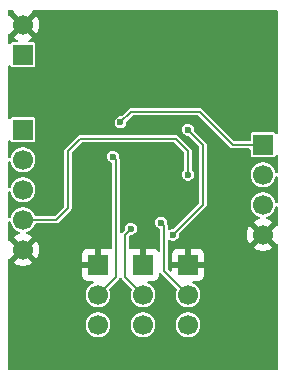
<source format=gbl>
%TF.GenerationSoftware,KiCad,Pcbnew,9.0.7*%
%TF.CreationDate,2026-02-18T22:45:11+00:00*%
%TF.ProjectId,OSDSwitch,4f534453-7769-4746-9368-2e6b69636164,rev?*%
%TF.SameCoordinates,Original*%
%TF.FileFunction,Copper,L2,Bot*%
%TF.FilePolarity,Positive*%
%FSLAX46Y46*%
G04 Gerber Fmt 4.6, Leading zero omitted, Abs format (unit mm)*
G04 Created by KiCad (PCBNEW 9.0.7) date 2026-02-18 22:45:11*
%MOMM*%
%LPD*%
G01*
G04 APERTURE LIST*
%TA.AperFunction,ComponentPad*%
%ADD10R,1.700000X1.700000*%
%TD*%
%TA.AperFunction,ComponentPad*%
%ADD11C,1.700000*%
%TD*%
%TA.AperFunction,ViaPad*%
%ADD12C,0.600000*%
%TD*%
%TA.AperFunction,Conductor*%
%ADD13C,0.200000*%
%TD*%
G04 APERTURE END LIST*
D10*
%TO.P,J6,1,Pin_1*%
%TO.N,/OSD_VID*%
X154940000Y-83820000D03*
D11*
%TO.P,J6,2,Pin_2*%
%TO.N,GND*%
X154940000Y-81280000D03*
%TD*%
D10*
%TO.P,J5,1,Pin_1*%
%TO.N,/RED_OUT*%
X175260000Y-91440000D03*
D11*
%TO.P,J5,2,Pin_2*%
%TO.N,/GREEN_OUT*%
X175260000Y-93980000D03*
%TO.P,J5,3,Pin_3*%
%TO.N,/BLUE_OUT*%
X175260000Y-96520000D03*
%TO.P,J5,4,Pin_4*%
%TO.N,GND*%
X175260000Y-99060000D03*
%TD*%
D10*
%TO.P,J4,1,Pin_1*%
%TO.N,Net-(J4-Pin_1)*%
X154940000Y-90170000D03*
D11*
%TO.P,J4,2,Pin_2*%
%TO.N,/RED_IN*%
X154940000Y-92710000D03*
%TO.P,J4,3,Pin_3*%
%TO.N,/GREEN_IN*%
X154940000Y-95250000D03*
%TO.P,J4,4,Pin_4*%
%TO.N,/BLUE_IN*%
X154940000Y-97790000D03*
%TO.P,J4,5,Pin_5*%
%TO.N,GND*%
X154940000Y-100330000D03*
%TD*%
D10*
%TO.P,J3,1,Pin_1*%
%TO.N,GND*%
X168910000Y-101600000D03*
D11*
%TO.P,J3,2,Pin_2*%
%TO.N,Net-(IC1-S3A)*%
X168910000Y-104140000D03*
%TO.P,J3,3,Pin_3*%
%TO.N,Net-(J3-Pin_3)*%
X168910000Y-106680000D03*
%TD*%
D10*
%TO.P,J2,1,Pin_1*%
%TO.N,GND*%
X165100000Y-101600000D03*
D11*
%TO.P,J2,2,Pin_2*%
%TO.N,Net-(IC1-S2A)*%
X165100000Y-104140000D03*
%TO.P,J2,3,Pin_3*%
%TO.N,Net-(J2-Pin_3)*%
X165100000Y-106680000D03*
%TD*%
D10*
%TO.P,J1,1,Pin_1*%
%TO.N,GND*%
X161290000Y-101600000D03*
D11*
%TO.P,J1,2,Pin_2*%
%TO.N,Net-(IC1-S1A)*%
X161290000Y-104140000D03*
%TO.P,J1,3,Pin_3*%
%TO.N,Net-(J1-Pin_3)*%
X161290000Y-106680000D03*
%TD*%
D12*
%TO.N,GND*%
X171323000Y-92964000D03*
X163449000Y-88138000D03*
X167640000Y-87757000D03*
X173228000Y-90551000D03*
X171704000Y-89154000D03*
X171323000Y-99314000D03*
X171196000Y-96266000D03*
X161290000Y-90043000D03*
X162433000Y-91567000D03*
X163576000Y-90297000D03*
X170180000Y-90170000D03*
X167640000Y-90043000D03*
X169545000Y-92456000D03*
X168148000Y-92583000D03*
X169164000Y-96266000D03*
X167767000Y-97663000D03*
X164846000Y-99187000D03*
X162179000Y-96520000D03*
X162179000Y-98679000D03*
X160274000Y-98806000D03*
X160020000Y-96520000D03*
X157480000Y-96520000D03*
X160020000Y-94488000D03*
X157480000Y-93980000D03*
X160782000Y-92456000D03*
X157480000Y-91694000D03*
X159258000Y-86614000D03*
X157226000Y-89154000D03*
X166116000Y-93726000D03*
X166116000Y-95504000D03*
X164592000Y-95504000D03*
X164592000Y-93726000D03*
X165423000Y-94557000D03*
%TO.N,Net-(IC1-S3A)*%
X166624000Y-98044000D03*
%TO.N,Net-(IC1-S2A)*%
X164084000Y-98552000D03*
%TO.N,Net-(IC1-S1A)*%
X162560000Y-92456000D03*
%TO.N,/BLUE_IN*%
X168910000Y-93980000D03*
%TO.N,/RED_OUT*%
X163195000Y-89535000D03*
%TO.N,/OSD_VID*%
X167640000Y-99060000D03*
X168910000Y-90170000D03*
%TD*%
D13*
%TO.N,/RED_OUT*%
X163195000Y-89535000D02*
X164084000Y-88646000D01*
X164084000Y-88646000D02*
X169926000Y-88646000D01*
X169926000Y-88646000D02*
X172720000Y-91440000D01*
X172720000Y-91440000D02*
X175260000Y-91440000D01*
%TO.N,Net-(IC1-S1A)*%
X162560000Y-92456000D02*
X162814000Y-92710000D01*
X162814000Y-92710000D02*
X162814000Y-102616000D01*
X162814000Y-102616000D02*
X161290000Y-104140000D01*
%TO.N,Net-(IC1-S3A)*%
X166624000Y-98044000D02*
X166878000Y-98298000D01*
X166878000Y-98298000D02*
X166878000Y-102108000D01*
X166878000Y-102108000D02*
X168910000Y-104140000D01*
%TO.N,/BLUE_IN*%
X154940000Y-97790000D02*
X157734000Y-97790000D01*
X158750000Y-91948000D02*
X159766000Y-90932000D01*
X167894000Y-90932000D02*
X168910000Y-91948000D01*
X157734000Y-97790000D02*
X158750000Y-96774000D01*
X158750000Y-96774000D02*
X158750000Y-91948000D01*
X159766000Y-90932000D02*
X167894000Y-90932000D01*
X168910000Y-91948000D02*
X168910000Y-93980000D01*
X154940000Y-97536000D02*
X154940000Y-97790000D01*
%TO.N,Net-(IC1-S2A)*%
X164084000Y-98552000D02*
X163576000Y-99060000D01*
X163576000Y-99060000D02*
X163576000Y-102616000D01*
X163576000Y-102616000D02*
X165100000Y-104140000D01*
%TO.N,/OSD_VID*%
X168910000Y-90170000D02*
X170180000Y-91440000D01*
X170180000Y-91440000D02*
X170180000Y-96520000D01*
X170180000Y-96520000D02*
X167640000Y-99060000D01*
%TD*%
%TA.AperFunction,Conductor*%
%TO.N,GND*%
G36*
X176473039Y-80029685D02*
G01*
X176518794Y-80082489D01*
X176530000Y-80134000D01*
X176530000Y-90448910D01*
X176510315Y-90515949D01*
X176457511Y-90561704D01*
X176388353Y-90571648D01*
X176324797Y-90542623D01*
X176302898Y-90517802D01*
X176254551Y-90445446D01*
X176188230Y-90401132D01*
X176188229Y-90401131D01*
X176129752Y-90389500D01*
X176129748Y-90389500D01*
X174390252Y-90389500D01*
X174390247Y-90389500D01*
X174331770Y-90401131D01*
X174331769Y-90401132D01*
X174265447Y-90445447D01*
X174221132Y-90511769D01*
X174221131Y-90511770D01*
X174209500Y-90570247D01*
X174209500Y-91015500D01*
X174189815Y-91082539D01*
X174137011Y-91128294D01*
X174085500Y-91139500D01*
X172895833Y-91139500D01*
X172828794Y-91119815D01*
X172808152Y-91103181D01*
X170110512Y-88405541D01*
X170110504Y-88405535D01*
X170041995Y-88365982D01*
X170041990Y-88365979D01*
X170016513Y-88359152D01*
X169965562Y-88345500D01*
X164044438Y-88345500D01*
X164006224Y-88355739D01*
X163968009Y-88365979D01*
X163968004Y-88365982D01*
X163899495Y-88405535D01*
X163899487Y-88405541D01*
X163306847Y-88998181D01*
X163245524Y-89031666D01*
X163219166Y-89034500D01*
X163129108Y-89034500D01*
X163001812Y-89068608D01*
X162887686Y-89134500D01*
X162887683Y-89134502D01*
X162794502Y-89227683D01*
X162794500Y-89227686D01*
X162728608Y-89341812D01*
X162694500Y-89469108D01*
X162694500Y-89600891D01*
X162728608Y-89728187D01*
X162752461Y-89769500D01*
X162794500Y-89842314D01*
X162887686Y-89935500D01*
X163001814Y-90001392D01*
X163129108Y-90035500D01*
X163129110Y-90035500D01*
X163260890Y-90035500D01*
X163260892Y-90035500D01*
X163388186Y-90001392D01*
X163502314Y-89935500D01*
X163595500Y-89842314D01*
X163661392Y-89728186D01*
X163695500Y-89600892D01*
X163695500Y-89510832D01*
X163715185Y-89443793D01*
X163731819Y-89423151D01*
X164172152Y-88982819D01*
X164233475Y-88949334D01*
X164259833Y-88946500D01*
X169750167Y-88946500D01*
X169817206Y-88966185D01*
X169837848Y-88982819D01*
X172535489Y-91680460D01*
X172604012Y-91720022D01*
X172680438Y-91740500D01*
X174085500Y-91740500D01*
X174152539Y-91760185D01*
X174198294Y-91812989D01*
X174209500Y-91864500D01*
X174209500Y-92309752D01*
X174221131Y-92368229D01*
X174221132Y-92368230D01*
X174265447Y-92434552D01*
X174331769Y-92478867D01*
X174331770Y-92478868D01*
X174390247Y-92490499D01*
X174390250Y-92490500D01*
X174390252Y-92490500D01*
X176129750Y-92490500D01*
X176129751Y-92490499D01*
X176144568Y-92487552D01*
X176188229Y-92478868D01*
X176188229Y-92478867D01*
X176188231Y-92478867D01*
X176254552Y-92434552D01*
X176298867Y-92368231D01*
X176298867Y-92368230D01*
X176302898Y-92362198D01*
X176356510Y-92317393D01*
X176425835Y-92308686D01*
X176488863Y-92338841D01*
X176525582Y-92398284D01*
X176530000Y-92431089D01*
X176530000Y-93721041D01*
X176510315Y-93788080D01*
X176457511Y-93833835D01*
X176388353Y-93843779D01*
X176324797Y-93814754D01*
X176287023Y-93755976D01*
X176284383Y-93745232D01*
X176270131Y-93673587D01*
X176270130Y-93673580D01*
X176190941Y-93482402D01*
X176075977Y-93310345D01*
X176075975Y-93310342D01*
X175929657Y-93164024D01*
X175769249Y-93056844D01*
X175757598Y-93049059D01*
X175566420Y-92969870D01*
X175566412Y-92969868D01*
X175363469Y-92929500D01*
X175363465Y-92929500D01*
X175156535Y-92929500D01*
X175156530Y-92929500D01*
X174953587Y-92969868D01*
X174953579Y-92969870D01*
X174762403Y-93049058D01*
X174590342Y-93164024D01*
X174444024Y-93310342D01*
X174329058Y-93482403D01*
X174249870Y-93673579D01*
X174249868Y-93673587D01*
X174209500Y-93876530D01*
X174209500Y-94083469D01*
X174249868Y-94286412D01*
X174249870Y-94286420D01*
X174316132Y-94446391D01*
X174329059Y-94477598D01*
X174330998Y-94480500D01*
X174444024Y-94649657D01*
X174590342Y-94795975D01*
X174590345Y-94795977D01*
X174762402Y-94910941D01*
X174953580Y-94990130D01*
X175156530Y-95030499D01*
X175156534Y-95030500D01*
X175156535Y-95030500D01*
X175363466Y-95030500D01*
X175363467Y-95030499D01*
X175566420Y-94990130D01*
X175757598Y-94910941D01*
X175929655Y-94795977D01*
X176075977Y-94649655D01*
X176190941Y-94477598D01*
X176270130Y-94286420D01*
X176279571Y-94238958D01*
X176284383Y-94214767D01*
X176316768Y-94152856D01*
X176377483Y-94118282D01*
X176447253Y-94122021D01*
X176503925Y-94162887D01*
X176529506Y-94227905D01*
X176530000Y-94238958D01*
X176530000Y-96261041D01*
X176510315Y-96328080D01*
X176457511Y-96373835D01*
X176388353Y-96383779D01*
X176324797Y-96354754D01*
X176287023Y-96295976D01*
X176284383Y-96285232D01*
X176270131Y-96213587D01*
X176270130Y-96213580D01*
X176190941Y-96022402D01*
X176075977Y-95850345D01*
X176075975Y-95850342D01*
X175929657Y-95704024D01*
X175843626Y-95646541D01*
X175757598Y-95589059D01*
X175566420Y-95509870D01*
X175566412Y-95509868D01*
X175363469Y-95469500D01*
X175363465Y-95469500D01*
X175156535Y-95469500D01*
X175156530Y-95469500D01*
X174953587Y-95509868D01*
X174953579Y-95509870D01*
X174762403Y-95589058D01*
X174590342Y-95704024D01*
X174444024Y-95850342D01*
X174329058Y-96022403D01*
X174249870Y-96213579D01*
X174249868Y-96213587D01*
X174209500Y-96416530D01*
X174209500Y-96623469D01*
X174249868Y-96826412D01*
X174249870Y-96826420D01*
X174329058Y-97017596D01*
X174444024Y-97189657D01*
X174590342Y-97335975D01*
X174762405Y-97450943D01*
X174841199Y-97483580D01*
X174927108Y-97519164D01*
X174981511Y-97563005D01*
X175003576Y-97629299D01*
X174986297Y-97696998D01*
X174935160Y-97744609D01*
X174917974Y-97751656D01*
X174741781Y-97808905D01*
X174552439Y-97905380D01*
X174498282Y-97944727D01*
X174498282Y-97944728D01*
X175130591Y-98577037D01*
X175067007Y-98594075D01*
X174952993Y-98659901D01*
X174859901Y-98752993D01*
X174794075Y-98867007D01*
X174777037Y-98930591D01*
X174144728Y-98298282D01*
X174144727Y-98298282D01*
X174105380Y-98352439D01*
X174008904Y-98541782D01*
X173943242Y-98743869D01*
X173943242Y-98743872D01*
X173910000Y-98953753D01*
X173910000Y-99166246D01*
X173943242Y-99376127D01*
X173943242Y-99376130D01*
X174008904Y-99578217D01*
X174105375Y-99767550D01*
X174144728Y-99821716D01*
X174777037Y-99189408D01*
X174794075Y-99252993D01*
X174859901Y-99367007D01*
X174952993Y-99460099D01*
X175067007Y-99525925D01*
X175130590Y-99542962D01*
X174498282Y-100175269D01*
X174498282Y-100175270D01*
X174552449Y-100214624D01*
X174741782Y-100311095D01*
X174943870Y-100376757D01*
X175153754Y-100410000D01*
X175366246Y-100410000D01*
X175576127Y-100376757D01*
X175576130Y-100376757D01*
X175778217Y-100311095D01*
X175967554Y-100214622D01*
X176021716Y-100175270D01*
X176021717Y-100175270D01*
X175389408Y-99542962D01*
X175452993Y-99525925D01*
X175567007Y-99460099D01*
X175660099Y-99367007D01*
X175725925Y-99252993D01*
X175742962Y-99189408D01*
X176375269Y-99821716D01*
X176396271Y-99820064D01*
X176464648Y-99834428D01*
X176514405Y-99883479D01*
X176530000Y-99943682D01*
X176530000Y-110366000D01*
X176510315Y-110433039D01*
X176457511Y-110478794D01*
X176406000Y-110490000D01*
X153794000Y-110490000D01*
X153726961Y-110470315D01*
X153681206Y-110417511D01*
X153670000Y-110366000D01*
X153670000Y-106576530D01*
X160239500Y-106576530D01*
X160239500Y-106783469D01*
X160279868Y-106986412D01*
X160279870Y-106986420D01*
X160359058Y-107177596D01*
X160474024Y-107349657D01*
X160620342Y-107495975D01*
X160620345Y-107495977D01*
X160792402Y-107610941D01*
X160983580Y-107690130D01*
X161186530Y-107730499D01*
X161186534Y-107730500D01*
X161186535Y-107730500D01*
X161393466Y-107730500D01*
X161393467Y-107730499D01*
X161596420Y-107690130D01*
X161787598Y-107610941D01*
X161959655Y-107495977D01*
X162105977Y-107349655D01*
X162220941Y-107177598D01*
X162300130Y-106986420D01*
X162340500Y-106783465D01*
X162340500Y-106576535D01*
X162340499Y-106576530D01*
X164049500Y-106576530D01*
X164049500Y-106783469D01*
X164089868Y-106986412D01*
X164089870Y-106986420D01*
X164169058Y-107177596D01*
X164284024Y-107349657D01*
X164430342Y-107495975D01*
X164430345Y-107495977D01*
X164602402Y-107610941D01*
X164793580Y-107690130D01*
X164996530Y-107730499D01*
X164996534Y-107730500D01*
X164996535Y-107730500D01*
X165203466Y-107730500D01*
X165203467Y-107730499D01*
X165406420Y-107690130D01*
X165597598Y-107610941D01*
X165769655Y-107495977D01*
X165915977Y-107349655D01*
X166030941Y-107177598D01*
X166110130Y-106986420D01*
X166150500Y-106783465D01*
X166150500Y-106576535D01*
X166150499Y-106576530D01*
X167859500Y-106576530D01*
X167859500Y-106783469D01*
X167899868Y-106986412D01*
X167899870Y-106986420D01*
X167979058Y-107177596D01*
X168094024Y-107349657D01*
X168240342Y-107495975D01*
X168240345Y-107495977D01*
X168412402Y-107610941D01*
X168603580Y-107690130D01*
X168806530Y-107730499D01*
X168806534Y-107730500D01*
X168806535Y-107730500D01*
X169013466Y-107730500D01*
X169013467Y-107730499D01*
X169216420Y-107690130D01*
X169407598Y-107610941D01*
X169579655Y-107495977D01*
X169725977Y-107349655D01*
X169840941Y-107177598D01*
X169920130Y-106986420D01*
X169960500Y-106783465D01*
X169960500Y-106576535D01*
X169920130Y-106373580D01*
X169840941Y-106182402D01*
X169725977Y-106010345D01*
X169725975Y-106010342D01*
X169579657Y-105864024D01*
X169493626Y-105806541D01*
X169407598Y-105749059D01*
X169216420Y-105669870D01*
X169216412Y-105669868D01*
X169013469Y-105629500D01*
X169013465Y-105629500D01*
X168806535Y-105629500D01*
X168806530Y-105629500D01*
X168603587Y-105669868D01*
X168603579Y-105669870D01*
X168412403Y-105749058D01*
X168240342Y-105864024D01*
X168094024Y-106010342D01*
X167979058Y-106182403D01*
X167899870Y-106373579D01*
X167899868Y-106373587D01*
X167859500Y-106576530D01*
X166150499Y-106576530D01*
X166110130Y-106373580D01*
X166030941Y-106182402D01*
X165915977Y-106010345D01*
X165915975Y-106010342D01*
X165769657Y-105864024D01*
X165683626Y-105806541D01*
X165597598Y-105749059D01*
X165406420Y-105669870D01*
X165406412Y-105669868D01*
X165203469Y-105629500D01*
X165203465Y-105629500D01*
X164996535Y-105629500D01*
X164996530Y-105629500D01*
X164793587Y-105669868D01*
X164793579Y-105669870D01*
X164602403Y-105749058D01*
X164430342Y-105864024D01*
X164284024Y-106010342D01*
X164169058Y-106182403D01*
X164089870Y-106373579D01*
X164089868Y-106373587D01*
X164049500Y-106576530D01*
X162340499Y-106576530D01*
X162300130Y-106373580D01*
X162220941Y-106182402D01*
X162105977Y-106010345D01*
X162105975Y-106010342D01*
X161959657Y-105864024D01*
X161873626Y-105806541D01*
X161787598Y-105749059D01*
X161596420Y-105669870D01*
X161596412Y-105669868D01*
X161393469Y-105629500D01*
X161393465Y-105629500D01*
X161186535Y-105629500D01*
X161186530Y-105629500D01*
X160983587Y-105669868D01*
X160983579Y-105669870D01*
X160792403Y-105749058D01*
X160620342Y-105864024D01*
X160474024Y-106010342D01*
X160359058Y-106182403D01*
X160279870Y-106373579D01*
X160279868Y-106373587D01*
X160239500Y-106576530D01*
X153670000Y-106576530D01*
X153670000Y-101213681D01*
X153689685Y-101146642D01*
X153742489Y-101100887D01*
X153803731Y-101090063D01*
X153824729Y-101091715D01*
X154457037Y-100459408D01*
X154474075Y-100522993D01*
X154539901Y-100637007D01*
X154632993Y-100730099D01*
X154747007Y-100795925D01*
X154810590Y-100812962D01*
X154178282Y-101445269D01*
X154178282Y-101445270D01*
X154232449Y-101484624D01*
X154421782Y-101581095D01*
X154623870Y-101646757D01*
X154833754Y-101680000D01*
X155046246Y-101680000D01*
X155070459Y-101676165D01*
X155256127Y-101646757D01*
X155256130Y-101646757D01*
X155458217Y-101581095D01*
X155647554Y-101484622D01*
X155701716Y-101445270D01*
X155701717Y-101445270D01*
X155069408Y-100812962D01*
X155132993Y-100795925D01*
X155247007Y-100730099D01*
X155340099Y-100637007D01*
X155405925Y-100522993D01*
X155422962Y-100459409D01*
X156055270Y-101091717D01*
X156055270Y-101091716D01*
X156094622Y-101037554D01*
X156191095Y-100848217D01*
X156238554Y-100702155D01*
X159940000Y-100702155D01*
X159940000Y-101350000D01*
X160856988Y-101350000D01*
X160824075Y-101407007D01*
X160790000Y-101534174D01*
X160790000Y-101665826D01*
X160824075Y-101792993D01*
X160856988Y-101850000D01*
X159940000Y-101850000D01*
X159940000Y-102497844D01*
X159946401Y-102557372D01*
X159946403Y-102557379D01*
X159996645Y-102692086D01*
X159996649Y-102692093D01*
X160082809Y-102807187D01*
X160082812Y-102807190D01*
X160197906Y-102893350D01*
X160197913Y-102893354D01*
X160332620Y-102943596D01*
X160332627Y-102943598D01*
X160392155Y-102949999D01*
X160392172Y-102950000D01*
X160794435Y-102950000D01*
X160861474Y-102969685D01*
X160907229Y-103022489D01*
X160917173Y-103091647D01*
X160888148Y-103155203D01*
X160841888Y-103188561D01*
X160792403Y-103209058D01*
X160620342Y-103324024D01*
X160474024Y-103470342D01*
X160359058Y-103642403D01*
X160279870Y-103833579D01*
X160279868Y-103833587D01*
X160239500Y-104036530D01*
X160239500Y-104243469D01*
X160279868Y-104446412D01*
X160279870Y-104446420D01*
X160359058Y-104637596D01*
X160474024Y-104809657D01*
X160620342Y-104955975D01*
X160620345Y-104955977D01*
X160792402Y-105070941D01*
X160983580Y-105150130D01*
X161186530Y-105190499D01*
X161186534Y-105190500D01*
X161186535Y-105190500D01*
X161393466Y-105190500D01*
X161393467Y-105190499D01*
X161596420Y-105150130D01*
X161787598Y-105070941D01*
X161959655Y-104955977D01*
X162105977Y-104809655D01*
X162220941Y-104637598D01*
X162300130Y-104446420D01*
X162340500Y-104243465D01*
X162340500Y-104036535D01*
X162300130Y-103833580D01*
X162250194Y-103713026D01*
X162242726Y-103643559D01*
X162274001Y-103581080D01*
X162277045Y-103577924D01*
X163054460Y-102800511D01*
X163087612Y-102743088D01*
X163138179Y-102694873D01*
X163206786Y-102681649D01*
X163271651Y-102707617D01*
X163302388Y-102743089D01*
X163335539Y-102800509D01*
X163335541Y-102800512D01*
X164112924Y-103577895D01*
X164146409Y-103639218D01*
X164141425Y-103708910D01*
X164139804Y-103713029D01*
X164089870Y-103833579D01*
X164089868Y-103833587D01*
X164049500Y-104036530D01*
X164049500Y-104243469D01*
X164089868Y-104446412D01*
X164089870Y-104446420D01*
X164169058Y-104637596D01*
X164284024Y-104809657D01*
X164430342Y-104955975D01*
X164430345Y-104955977D01*
X164602402Y-105070941D01*
X164793580Y-105150130D01*
X164996530Y-105190499D01*
X164996534Y-105190500D01*
X164996535Y-105190500D01*
X165203466Y-105190500D01*
X165203467Y-105190499D01*
X165406420Y-105150130D01*
X165597598Y-105070941D01*
X165769655Y-104955977D01*
X165915977Y-104809655D01*
X166030941Y-104637598D01*
X166110130Y-104446420D01*
X166150500Y-104243465D01*
X166150500Y-104036535D01*
X166110130Y-103833580D01*
X166030941Y-103642402D01*
X165915977Y-103470345D01*
X165915975Y-103470342D01*
X165769657Y-103324024D01*
X165602616Y-103212412D01*
X165597598Y-103209059D01*
X165548112Y-103188561D01*
X165493709Y-103144720D01*
X165471644Y-103078426D01*
X165488923Y-103010726D01*
X165540061Y-102963116D01*
X165595565Y-102950000D01*
X165997828Y-102950000D01*
X165997844Y-102949999D01*
X166057372Y-102943598D01*
X166057379Y-102943596D01*
X166192086Y-102893354D01*
X166192093Y-102893350D01*
X166307187Y-102807190D01*
X166307190Y-102807187D01*
X166393350Y-102692093D01*
X166393354Y-102692086D01*
X166443596Y-102557379D01*
X166443598Y-102557372D01*
X166449999Y-102497844D01*
X166450000Y-102497827D01*
X166450000Y-102404333D01*
X166469685Y-102337294D01*
X166522489Y-102291539D01*
X166591647Y-102281595D01*
X166655203Y-102310620D01*
X166661681Y-102316652D01*
X167922924Y-103577895D01*
X167956409Y-103639218D01*
X167951425Y-103708910D01*
X167949804Y-103713029D01*
X167899870Y-103833579D01*
X167899868Y-103833587D01*
X167859500Y-104036530D01*
X167859500Y-104243469D01*
X167899868Y-104446412D01*
X167899870Y-104446420D01*
X167979058Y-104637596D01*
X168094024Y-104809657D01*
X168240342Y-104955975D01*
X168240345Y-104955977D01*
X168412402Y-105070941D01*
X168603580Y-105150130D01*
X168806530Y-105190499D01*
X168806534Y-105190500D01*
X168806535Y-105190500D01*
X169013466Y-105190500D01*
X169013467Y-105190499D01*
X169216420Y-105150130D01*
X169407598Y-105070941D01*
X169579655Y-104955977D01*
X169725977Y-104809655D01*
X169840941Y-104637598D01*
X169920130Y-104446420D01*
X169960500Y-104243465D01*
X169960500Y-104036535D01*
X169920130Y-103833580D01*
X169840941Y-103642402D01*
X169725977Y-103470345D01*
X169725975Y-103470342D01*
X169579657Y-103324024D01*
X169412616Y-103212412D01*
X169407598Y-103209059D01*
X169358112Y-103188561D01*
X169303709Y-103144720D01*
X169281644Y-103078426D01*
X169298923Y-103010726D01*
X169350061Y-102963116D01*
X169405565Y-102950000D01*
X169807828Y-102950000D01*
X169807844Y-102949999D01*
X169867372Y-102943598D01*
X169867379Y-102943596D01*
X170002086Y-102893354D01*
X170002093Y-102893350D01*
X170117187Y-102807190D01*
X170117190Y-102807187D01*
X170203350Y-102692093D01*
X170203354Y-102692086D01*
X170253596Y-102557379D01*
X170253598Y-102557372D01*
X170259999Y-102497844D01*
X170260000Y-102497827D01*
X170260000Y-101850000D01*
X169343012Y-101850000D01*
X169375925Y-101792993D01*
X169410000Y-101665826D01*
X169410000Y-101534174D01*
X169375925Y-101407007D01*
X169343012Y-101350000D01*
X170260000Y-101350000D01*
X170260000Y-100702172D01*
X170259999Y-100702155D01*
X170253598Y-100642627D01*
X170253596Y-100642620D01*
X170203354Y-100507913D01*
X170203350Y-100507906D01*
X170117190Y-100392812D01*
X170117187Y-100392809D01*
X170002093Y-100306649D01*
X170002086Y-100306645D01*
X169867379Y-100256403D01*
X169867372Y-100256401D01*
X169819926Y-100251300D01*
X169819925Y-100251300D01*
X169807841Y-100250000D01*
X169160000Y-100250000D01*
X169160000Y-101166988D01*
X169102993Y-101134075D01*
X168975826Y-101100000D01*
X168844174Y-101100000D01*
X168717007Y-101134075D01*
X168660000Y-101166988D01*
X168660000Y-100250000D01*
X168012155Y-100250000D01*
X167952627Y-100256401D01*
X167952620Y-100256403D01*
X167817913Y-100306645D01*
X167817906Y-100306649D01*
X167702812Y-100392809D01*
X167702809Y-100392812D01*
X167616649Y-100507906D01*
X167616645Y-100507913D01*
X167566403Y-100642620D01*
X167566401Y-100642627D01*
X167560000Y-100702155D01*
X167560000Y-101350000D01*
X168476988Y-101350000D01*
X168444075Y-101407007D01*
X168410000Y-101534174D01*
X168410000Y-101665826D01*
X168444075Y-101792993D01*
X168476988Y-101850000D01*
X167560000Y-101850000D01*
X167560000Y-102065667D01*
X167553761Y-102086912D01*
X167552182Y-102109001D01*
X167544109Y-102119784D01*
X167540315Y-102132706D01*
X167523581Y-102147205D01*
X167510310Y-102164934D01*
X167497689Y-102169641D01*
X167487511Y-102178461D01*
X167465593Y-102181612D01*
X167444846Y-102189351D01*
X167431685Y-102186488D01*
X167418353Y-102188405D01*
X167398209Y-102179205D01*
X167376573Y-102174499D01*
X167358847Y-102161230D01*
X167354797Y-102159380D01*
X167348319Y-102153348D01*
X167214819Y-102019848D01*
X167181334Y-101958525D01*
X167178500Y-101932167D01*
X167178500Y-99586255D01*
X167198185Y-99519216D01*
X167250989Y-99473461D01*
X167320147Y-99463517D01*
X167364499Y-99478867D01*
X167446814Y-99526392D01*
X167574108Y-99560500D01*
X167574110Y-99560500D01*
X167705890Y-99560500D01*
X167705892Y-99560500D01*
X167833186Y-99526392D01*
X167947314Y-99460500D01*
X168040500Y-99367314D01*
X168106392Y-99253186D01*
X168140500Y-99125892D01*
X168140500Y-99035832D01*
X168149144Y-99006391D01*
X168155668Y-98976405D01*
X168159422Y-98971389D01*
X168160185Y-98968793D01*
X168176819Y-98948151D01*
X169274158Y-97850812D01*
X170420460Y-96704511D01*
X170447306Y-96658012D01*
X170460021Y-96635989D01*
X170480500Y-96559562D01*
X170480500Y-91400438D01*
X170460021Y-91324011D01*
X170428156Y-91268819D01*
X170420464Y-91255495D01*
X170420458Y-91255487D01*
X169446819Y-90281848D01*
X169413334Y-90220525D01*
X169410500Y-90194167D01*
X169410500Y-90104110D01*
X169410500Y-90104108D01*
X169376392Y-89976814D01*
X169310500Y-89862686D01*
X169217314Y-89769500D01*
X169145756Y-89728186D01*
X169103187Y-89703608D01*
X169039539Y-89686554D01*
X168975892Y-89669500D01*
X168844108Y-89669500D01*
X168716812Y-89703608D01*
X168602686Y-89769500D01*
X168602683Y-89769502D01*
X168509502Y-89862683D01*
X168509500Y-89862686D01*
X168443608Y-89976812D01*
X168427883Y-90035500D01*
X168409500Y-90104108D01*
X168409500Y-90235892D01*
X168421814Y-90281848D01*
X168443608Y-90363187D01*
X168465516Y-90401132D01*
X168509500Y-90477314D01*
X168602686Y-90570500D01*
X168716814Y-90636392D01*
X168844108Y-90670500D01*
X168844110Y-90670500D01*
X168934167Y-90670500D01*
X169001206Y-90690185D01*
X169021848Y-90706819D01*
X169843181Y-91528152D01*
X169876666Y-91589475D01*
X169879500Y-91615833D01*
X169879500Y-96344166D01*
X169859815Y-96411205D01*
X169843181Y-96431847D01*
X167751847Y-98523181D01*
X167690524Y-98556666D01*
X167664166Y-98559500D01*
X167574108Y-98559500D01*
X167446814Y-98593608D01*
X167446813Y-98593608D01*
X167446811Y-98593609D01*
X167446810Y-98593609D01*
X167364500Y-98641131D01*
X167296599Y-98657604D01*
X167230573Y-98634751D01*
X167187382Y-98579830D01*
X167178500Y-98533744D01*
X167178500Y-98258439D01*
X167174814Y-98244683D01*
X167158021Y-98182011D01*
X167149382Y-98167047D01*
X167141113Y-98152724D01*
X167124500Y-98090725D01*
X167124500Y-97978110D01*
X167124500Y-97978108D01*
X167090392Y-97850814D01*
X167024500Y-97736686D01*
X166931314Y-97643500D01*
X166819620Y-97579013D01*
X166817187Y-97577608D01*
X166733677Y-97555232D01*
X166689892Y-97543500D01*
X166558108Y-97543500D01*
X166430812Y-97577608D01*
X166316686Y-97643500D01*
X166316683Y-97643502D01*
X166223502Y-97736683D01*
X166223500Y-97736686D01*
X166157608Y-97850812D01*
X166142987Y-97905380D01*
X166123500Y-97978108D01*
X166123500Y-98109892D01*
X166140554Y-98173539D01*
X166157608Y-98237187D01*
X166161170Y-98243356D01*
X166223500Y-98351314D01*
X166316686Y-98444500D01*
X166430814Y-98510392D01*
X166485593Y-98525070D01*
X166545253Y-98561433D01*
X166575783Y-98624280D01*
X166577500Y-98644844D01*
X166577500Y-100381343D01*
X166557815Y-100448382D01*
X166505011Y-100494137D01*
X166435853Y-100504081D01*
X166372297Y-100475056D01*
X166354234Y-100455654D01*
X166307190Y-100392812D01*
X166307187Y-100392809D01*
X166192093Y-100306649D01*
X166192086Y-100306645D01*
X166057379Y-100256403D01*
X166057372Y-100256401D01*
X165997844Y-100250000D01*
X165350000Y-100250000D01*
X165350000Y-101166988D01*
X165292993Y-101134075D01*
X165165826Y-101100000D01*
X165034174Y-101100000D01*
X164907007Y-101134075D01*
X164850000Y-101166988D01*
X164850000Y-100250000D01*
X164202155Y-100250000D01*
X164142627Y-100256401D01*
X164142619Y-100256403D01*
X164043833Y-100293248D01*
X163974141Y-100298232D01*
X163912818Y-100264747D01*
X163879334Y-100203423D01*
X163876500Y-100177066D01*
X163876500Y-99235833D01*
X163885144Y-99206392D01*
X163891668Y-99176406D01*
X163895422Y-99171390D01*
X163896185Y-99168794D01*
X163912819Y-99148152D01*
X163972152Y-99088819D01*
X164033475Y-99055334D01*
X164059833Y-99052500D01*
X164149890Y-99052500D01*
X164149892Y-99052500D01*
X164277186Y-99018392D01*
X164391314Y-98952500D01*
X164484500Y-98859314D01*
X164550392Y-98745186D01*
X164584500Y-98617892D01*
X164584500Y-98486108D01*
X164550392Y-98358814D01*
X164484500Y-98244686D01*
X164391314Y-98151500D01*
X164319247Y-98109892D01*
X164277187Y-98085608D01*
X164213539Y-98068554D01*
X164149892Y-98051500D01*
X164018108Y-98051500D01*
X163890812Y-98085608D01*
X163776686Y-98151500D01*
X163776683Y-98151502D01*
X163683502Y-98244683D01*
X163683500Y-98244686D01*
X163617608Y-98358812D01*
X163583500Y-98486108D01*
X163583500Y-98576166D01*
X163574855Y-98605606D01*
X163568332Y-98635593D01*
X163564577Y-98640608D01*
X163563815Y-98643205D01*
X163547185Y-98663842D01*
X163391489Y-98819540D01*
X163391488Y-98819540D01*
X163391487Y-98819541D01*
X163329793Y-98881236D01*
X163328456Y-98879899D01*
X163280433Y-98914956D01*
X163210686Y-98919101D01*
X163149770Y-98884881D01*
X163117026Y-98823160D01*
X163114500Y-98798261D01*
X163114500Y-92670439D01*
X163114500Y-92670438D01*
X163094021Y-92594011D01*
X163081150Y-92571717D01*
X163077113Y-92564724D01*
X163060500Y-92502725D01*
X163060500Y-92390110D01*
X163060500Y-92390108D01*
X163026392Y-92262814D01*
X162960500Y-92148686D01*
X162867314Y-92055500D01*
X162810250Y-92022554D01*
X162753187Y-91989608D01*
X162689539Y-91972554D01*
X162625892Y-91955500D01*
X162494108Y-91955500D01*
X162366812Y-91989608D01*
X162252686Y-92055500D01*
X162252683Y-92055502D01*
X162159502Y-92148683D01*
X162159500Y-92148686D01*
X162093608Y-92262812D01*
X162073237Y-92338841D01*
X162059500Y-92390108D01*
X162059500Y-92521892D01*
X162070977Y-92564724D01*
X162093608Y-92649187D01*
X162105878Y-92670438D01*
X162159500Y-92763314D01*
X162252686Y-92856500D01*
X162366814Y-92922392D01*
X162421593Y-92937070D01*
X162481253Y-92973433D01*
X162511783Y-93036280D01*
X162513500Y-93056844D01*
X162513500Y-100177066D01*
X162493815Y-100244105D01*
X162441011Y-100289860D01*
X162371853Y-100299804D01*
X162346167Y-100293248D01*
X162247380Y-100256403D01*
X162247372Y-100256401D01*
X162187844Y-100250000D01*
X161540000Y-100250000D01*
X161540000Y-101166988D01*
X161482993Y-101134075D01*
X161355826Y-101100000D01*
X161224174Y-101100000D01*
X161097007Y-101134075D01*
X161040000Y-101166988D01*
X161040000Y-100250000D01*
X160392155Y-100250000D01*
X160332627Y-100256401D01*
X160332620Y-100256403D01*
X160197913Y-100306645D01*
X160197906Y-100306649D01*
X160082812Y-100392809D01*
X160082809Y-100392812D01*
X159996649Y-100507906D01*
X159996645Y-100507913D01*
X159946403Y-100642620D01*
X159946401Y-100642627D01*
X159940000Y-100702155D01*
X156238554Y-100702155D01*
X156252078Y-100660533D01*
X156256756Y-100646131D01*
X156256757Y-100646127D01*
X156290000Y-100436246D01*
X156290000Y-100223753D01*
X156256757Y-100013872D01*
X156256757Y-100013869D01*
X156191095Y-99811782D01*
X156094624Y-99622449D01*
X156055270Y-99568282D01*
X156055269Y-99568282D01*
X155422962Y-100200590D01*
X155405925Y-100137007D01*
X155340099Y-100022993D01*
X155247007Y-99929901D01*
X155132993Y-99864075D01*
X155069409Y-99847037D01*
X155701716Y-99214728D01*
X155647550Y-99175375D01*
X155458216Y-99078904D01*
X155282026Y-99021656D01*
X155224350Y-98982218D01*
X155197152Y-98917860D01*
X155209067Y-98849013D01*
X155256311Y-98797538D01*
X155272882Y-98789168D01*
X155437598Y-98720941D01*
X155609655Y-98605977D01*
X155755977Y-98459655D01*
X155870941Y-98287598D01*
X155920875Y-98167046D01*
X155964716Y-98112644D01*
X156031010Y-98090579D01*
X156035436Y-98090500D01*
X157773560Y-98090500D01*
X157773562Y-98090500D01*
X157849989Y-98070021D01*
X157918511Y-98030460D01*
X157974460Y-97974511D01*
X158990460Y-96958511D01*
X159030021Y-96889989D01*
X159050500Y-96813562D01*
X159050500Y-92123833D01*
X159070185Y-92056794D01*
X159086819Y-92036152D01*
X159854152Y-91268819D01*
X159915475Y-91235334D01*
X159941833Y-91232500D01*
X167718167Y-91232500D01*
X167785206Y-91252185D01*
X167805848Y-91268819D01*
X168573181Y-92036152D01*
X168606666Y-92097475D01*
X168609500Y-92123833D01*
X168609500Y-93521323D01*
X168589815Y-93588362D01*
X168573182Y-93609004D01*
X168509500Y-93672686D01*
X168443608Y-93786812D01*
X168409500Y-93914108D01*
X168409500Y-94045891D01*
X168443608Y-94173187D01*
X168458800Y-94199500D01*
X168509500Y-94287314D01*
X168602686Y-94380500D01*
X168716814Y-94446392D01*
X168844108Y-94480500D01*
X168844110Y-94480500D01*
X168975890Y-94480500D01*
X168975892Y-94480500D01*
X169103186Y-94446392D01*
X169217314Y-94380500D01*
X169310500Y-94287314D01*
X169376392Y-94173186D01*
X169410500Y-94045892D01*
X169410500Y-93914108D01*
X169376392Y-93786814D01*
X169310500Y-93672686D01*
X169246818Y-93609004D01*
X169213334Y-93547680D01*
X169210500Y-93521323D01*
X169210500Y-91908439D01*
X169210500Y-91908438D01*
X169190021Y-91832011D01*
X169179039Y-91812989D01*
X169150464Y-91763495D01*
X169150458Y-91763487D01*
X168078512Y-90691541D01*
X168078511Y-90691540D01*
X168042068Y-90670500D01*
X168042068Y-90670499D01*
X168042064Y-90670498D01*
X168030872Y-90664036D01*
X168009990Y-90651979D01*
X168009991Y-90651979D01*
X167971775Y-90641739D01*
X167933562Y-90631500D01*
X159726438Y-90631500D01*
X159675486Y-90645152D01*
X159650010Y-90651979D01*
X159624712Y-90666585D01*
X159617936Y-90670498D01*
X159617934Y-90670499D01*
X159617932Y-90670500D01*
X159581490Y-90691539D01*
X159581487Y-90691541D01*
X158509541Y-91763487D01*
X158509535Y-91763495D01*
X158469982Y-91832004D01*
X158469979Y-91832009D01*
X158449500Y-91908439D01*
X158449500Y-96598167D01*
X158429815Y-96665206D01*
X158413181Y-96685848D01*
X157645848Y-97453181D01*
X157584525Y-97486666D01*
X157558167Y-97489500D01*
X156035436Y-97489500D01*
X155968397Y-97469815D01*
X155922642Y-97417011D01*
X155920875Y-97412953D01*
X155888990Y-97335977D01*
X155870941Y-97292402D01*
X155755977Y-97120345D01*
X155755975Y-97120342D01*
X155609657Y-96974024D01*
X155483888Y-96889989D01*
X155437598Y-96859059D01*
X155327754Y-96813560D01*
X155246420Y-96779870D01*
X155246412Y-96779868D01*
X155043469Y-96739500D01*
X155043465Y-96739500D01*
X154836535Y-96739500D01*
X154836530Y-96739500D01*
X154633587Y-96779868D01*
X154633579Y-96779870D01*
X154442403Y-96859058D01*
X154270342Y-96974024D01*
X154124024Y-97120342D01*
X154009058Y-97292403D01*
X153929870Y-97483579D01*
X153929868Y-97483587D01*
X153915617Y-97555232D01*
X153883232Y-97617143D01*
X153822517Y-97651717D01*
X153752747Y-97647978D01*
X153696075Y-97607111D01*
X153670494Y-97542093D01*
X153670000Y-97531041D01*
X153670000Y-95508958D01*
X153689685Y-95441919D01*
X153742489Y-95396164D01*
X153811647Y-95386220D01*
X153875203Y-95415245D01*
X153912977Y-95474023D01*
X153915617Y-95484767D01*
X153929868Y-95556412D01*
X153929870Y-95556420D01*
X154009058Y-95747596D01*
X154124024Y-95919657D01*
X154270342Y-96065975D01*
X154270345Y-96065977D01*
X154442402Y-96180941D01*
X154633580Y-96260130D01*
X154813791Y-96295976D01*
X154836530Y-96300499D01*
X154836534Y-96300500D01*
X154836535Y-96300500D01*
X155043466Y-96300500D01*
X155043467Y-96300499D01*
X155246420Y-96260130D01*
X155437598Y-96180941D01*
X155609655Y-96065977D01*
X155755977Y-95919655D01*
X155870941Y-95747598D01*
X155950130Y-95556420D01*
X155990500Y-95353465D01*
X155990500Y-95146535D01*
X155950130Y-94943580D01*
X155870941Y-94752402D01*
X155755977Y-94580345D01*
X155755975Y-94580342D01*
X155609657Y-94434024D01*
X155523626Y-94376541D01*
X155437598Y-94319059D01*
X155360959Y-94287314D01*
X155246420Y-94239870D01*
X155246412Y-94239868D01*
X155043469Y-94199500D01*
X155043465Y-94199500D01*
X154836535Y-94199500D01*
X154836530Y-94199500D01*
X154633587Y-94239868D01*
X154633579Y-94239870D01*
X154442403Y-94319058D01*
X154270342Y-94434024D01*
X154124024Y-94580342D01*
X154009058Y-94752403D01*
X153929870Y-94943579D01*
X153929868Y-94943587D01*
X153915617Y-95015232D01*
X153883232Y-95077143D01*
X153822517Y-95111717D01*
X153752747Y-95107978D01*
X153696075Y-95067111D01*
X153670494Y-95002093D01*
X153670000Y-94991041D01*
X153670000Y-92968958D01*
X153689685Y-92901919D01*
X153742489Y-92856164D01*
X153811647Y-92846220D01*
X153875203Y-92875245D01*
X153912977Y-92934023D01*
X153915617Y-92944767D01*
X153929868Y-93016412D01*
X153929870Y-93016420D01*
X154009058Y-93207596D01*
X154124024Y-93379657D01*
X154270342Y-93525975D01*
X154270345Y-93525977D01*
X154442402Y-93640941D01*
X154633580Y-93720130D01*
X154813791Y-93755976D01*
X154836530Y-93760499D01*
X154836534Y-93760500D01*
X154836535Y-93760500D01*
X155043466Y-93760500D01*
X155043467Y-93760499D01*
X155246420Y-93720130D01*
X155437598Y-93640941D01*
X155609655Y-93525977D01*
X155755977Y-93379655D01*
X155870941Y-93207598D01*
X155950130Y-93016420D01*
X155990500Y-92813465D01*
X155990500Y-92606535D01*
X155950130Y-92403580D01*
X155870941Y-92212402D01*
X155755977Y-92040345D01*
X155755975Y-92040342D01*
X155609657Y-91894024D01*
X155488378Y-91812989D01*
X155437598Y-91779059D01*
X155400023Y-91763495D01*
X155246420Y-91699870D01*
X155246412Y-91699868D01*
X155043469Y-91659500D01*
X155043465Y-91659500D01*
X154836535Y-91659500D01*
X154836530Y-91659500D01*
X154633587Y-91699868D01*
X154633579Y-91699870D01*
X154442403Y-91779058D01*
X154270342Y-91894024D01*
X154124024Y-92040342D01*
X154009058Y-92212403D01*
X153929870Y-92403579D01*
X153929868Y-92403587D01*
X153915617Y-92475232D01*
X153883232Y-92537143D01*
X153822517Y-92571717D01*
X153752747Y-92567978D01*
X153696075Y-92527111D01*
X153670494Y-92462093D01*
X153670000Y-92451041D01*
X153670000Y-91161089D01*
X153689685Y-91094050D01*
X153742489Y-91048295D01*
X153811647Y-91038351D01*
X153875203Y-91067376D01*
X153897102Y-91092198D01*
X153945447Y-91164552D01*
X154011769Y-91208867D01*
X154011770Y-91208868D01*
X154070247Y-91220499D01*
X154070250Y-91220500D01*
X154070252Y-91220500D01*
X155809750Y-91220500D01*
X155809751Y-91220499D01*
X155824568Y-91217552D01*
X155868229Y-91208868D01*
X155868229Y-91208867D01*
X155868231Y-91208867D01*
X155934552Y-91164552D01*
X155978867Y-91098231D01*
X155978867Y-91098229D01*
X155978868Y-91098229D01*
X155990499Y-91039752D01*
X155990500Y-91039750D01*
X155990500Y-89300249D01*
X155990499Y-89300247D01*
X155978868Y-89241770D01*
X155978867Y-89241769D01*
X155934552Y-89175447D01*
X155868230Y-89131132D01*
X155868229Y-89131131D01*
X155809752Y-89119500D01*
X155809748Y-89119500D01*
X154070252Y-89119500D01*
X154070247Y-89119500D01*
X154011770Y-89131131D01*
X154011769Y-89131132D01*
X153945448Y-89175446D01*
X153897102Y-89247802D01*
X153843489Y-89292606D01*
X153774164Y-89301313D01*
X153711137Y-89271158D01*
X153674418Y-89211715D01*
X153670000Y-89178910D01*
X153670000Y-84811089D01*
X153689685Y-84744050D01*
X153742489Y-84698295D01*
X153811647Y-84688351D01*
X153875203Y-84717376D01*
X153897102Y-84742198D01*
X153945447Y-84814552D01*
X154011769Y-84858867D01*
X154011770Y-84858868D01*
X154070247Y-84870499D01*
X154070250Y-84870500D01*
X154070252Y-84870500D01*
X155809750Y-84870500D01*
X155809751Y-84870499D01*
X155824568Y-84867552D01*
X155868229Y-84858868D01*
X155868229Y-84858867D01*
X155868231Y-84858867D01*
X155934552Y-84814552D01*
X155978867Y-84748231D01*
X155978867Y-84748229D01*
X155978868Y-84748229D01*
X155990499Y-84689752D01*
X155990500Y-84689750D01*
X155990500Y-82950249D01*
X155990499Y-82950247D01*
X155978868Y-82891770D01*
X155978867Y-82891769D01*
X155934552Y-82825447D01*
X155868230Y-82781132D01*
X155868229Y-82781131D01*
X155809752Y-82769500D01*
X155809748Y-82769500D01*
X155506048Y-82769500D01*
X155439009Y-82749815D01*
X155393254Y-82697011D01*
X155383310Y-82627853D01*
X155412335Y-82564297D01*
X155454264Y-82534061D01*
X155453879Y-82533306D01*
X155647554Y-82434622D01*
X155701716Y-82395270D01*
X155701717Y-82395270D01*
X155069408Y-81762962D01*
X155132993Y-81745925D01*
X155247007Y-81680099D01*
X155340099Y-81587007D01*
X155405925Y-81472993D01*
X155422962Y-81409409D01*
X156055270Y-82041717D01*
X156055270Y-82041716D01*
X156094622Y-81987554D01*
X156191095Y-81798217D01*
X156256757Y-81596130D01*
X156256757Y-81596127D01*
X156290000Y-81386246D01*
X156290000Y-81173753D01*
X156256757Y-80963872D01*
X156256757Y-80963869D01*
X156191095Y-80761782D01*
X156094624Y-80572449D01*
X156055270Y-80518282D01*
X156055269Y-80518282D01*
X155422962Y-81150590D01*
X155405925Y-81087007D01*
X155340099Y-80972993D01*
X155247007Y-80879901D01*
X155132993Y-80814075D01*
X155069409Y-80797037D01*
X155701716Y-80164728D01*
X155700064Y-80143729D01*
X155714428Y-80075352D01*
X155763479Y-80025595D01*
X155823682Y-80010000D01*
X176406000Y-80010000D01*
X176473039Y-80029685D01*
G37*
%TD.AperFunction*%
%TA.AperFunction,Conductor*%
G36*
X153875203Y-97955245D02*
G01*
X153912977Y-98014023D01*
X153915617Y-98024767D01*
X153929868Y-98096412D01*
X153929870Y-98096420D01*
X153988177Y-98237186D01*
X154009059Y-98287598D01*
X154051632Y-98351313D01*
X154124024Y-98459657D01*
X154270342Y-98605975D01*
X154442405Y-98720943D01*
X154545043Y-98763456D01*
X154607108Y-98789164D01*
X154661511Y-98833005D01*
X154683576Y-98899299D01*
X154666297Y-98966998D01*
X154615160Y-99014609D01*
X154597974Y-99021656D01*
X154421781Y-99078905D01*
X154232439Y-99175380D01*
X154178282Y-99214727D01*
X154178282Y-99214728D01*
X154810591Y-99847037D01*
X154747007Y-99864075D01*
X154632993Y-99929901D01*
X154539901Y-100022993D01*
X154474075Y-100137007D01*
X154457037Y-100200591D01*
X153824728Y-99568282D01*
X153803729Y-99569935D01*
X153735352Y-99555571D01*
X153685595Y-99506520D01*
X153670000Y-99446317D01*
X153670000Y-98048958D01*
X153689685Y-97981919D01*
X153742489Y-97936164D01*
X153811647Y-97926220D01*
X153875203Y-97955245D01*
G37*
%TD.AperFunction*%
%TA.AperFunction,Conductor*%
G36*
X176447253Y-96662021D02*
G01*
X176503925Y-96702887D01*
X176529506Y-96767905D01*
X176530000Y-96778958D01*
X176530000Y-98176317D01*
X176510315Y-98243356D01*
X176457511Y-98289111D01*
X176396271Y-98299935D01*
X176375269Y-98298282D01*
X175742962Y-98930590D01*
X175725925Y-98867007D01*
X175660099Y-98752993D01*
X175567007Y-98659901D01*
X175452993Y-98594075D01*
X175389409Y-98577037D01*
X176021716Y-97944728D01*
X175967550Y-97905375D01*
X175778216Y-97808904D01*
X175602026Y-97751656D01*
X175544350Y-97712218D01*
X175517152Y-97647860D01*
X175529067Y-97579013D01*
X175576311Y-97527538D01*
X175592882Y-97519168D01*
X175757598Y-97450941D01*
X175929655Y-97335977D01*
X176075977Y-97189655D01*
X176190941Y-97017598D01*
X176270130Y-96826420D01*
X176279571Y-96778958D01*
X176284383Y-96754767D01*
X176316768Y-96692856D01*
X176377483Y-96658282D01*
X176447253Y-96662021D01*
G37*
%TD.AperFunction*%
%TA.AperFunction,Conductor*%
G36*
X154474075Y-81472993D02*
G01*
X154539901Y-81587007D01*
X154632993Y-81680099D01*
X154747007Y-81745925D01*
X154810590Y-81762962D01*
X154178282Y-82395269D01*
X154178282Y-82395270D01*
X154232449Y-82434624D01*
X154426121Y-82533306D01*
X154425603Y-82534321D01*
X154475808Y-82574779D01*
X154497873Y-82641073D01*
X154480594Y-82708772D01*
X154429458Y-82756383D01*
X154373952Y-82769500D01*
X154070247Y-82769500D01*
X154011770Y-82781131D01*
X154011769Y-82781132D01*
X153945448Y-82825446D01*
X153897102Y-82897802D01*
X153843489Y-82942606D01*
X153774164Y-82951313D01*
X153711137Y-82921158D01*
X153674418Y-82861715D01*
X153670000Y-82828910D01*
X153670000Y-82163681D01*
X153689685Y-82096642D01*
X153742489Y-82050887D01*
X153803731Y-82040063D01*
X153824729Y-82041715D01*
X154457037Y-81409408D01*
X154474075Y-81472993D01*
G37*
%TD.AperFunction*%
%TA.AperFunction,Conductor*%
G36*
X154123356Y-80029685D02*
G01*
X154169111Y-80082489D01*
X154179935Y-80143729D01*
X154178282Y-80164728D01*
X154810591Y-80797037D01*
X154747007Y-80814075D01*
X154632993Y-80879901D01*
X154539901Y-80972993D01*
X154474075Y-81087007D01*
X154457037Y-81150591D01*
X153824728Y-80518282D01*
X153803729Y-80519935D01*
X153735352Y-80505571D01*
X153685595Y-80456520D01*
X153670000Y-80396317D01*
X153670000Y-80134000D01*
X153689685Y-80066961D01*
X153742489Y-80021206D01*
X153794000Y-80010000D01*
X154056317Y-80010000D01*
X154123356Y-80029685D01*
G37*
%TD.AperFunction*%
%TD*%
M02*

</source>
